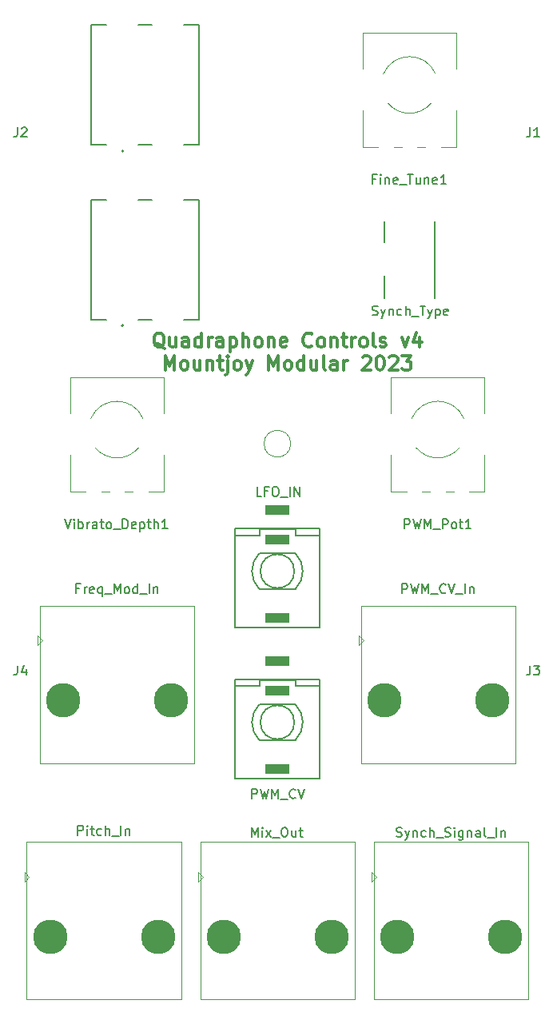
<source format=gbr>
%TF.GenerationSoftware,KiCad,Pcbnew,(6.0.11)*%
%TF.CreationDate,2023-04-28T10:51:55+01:00*%
%TF.ProjectId,Quadraphone_Controls_v2,51756164-7261-4706-986f-6e655f436f6e,rev?*%
%TF.SameCoordinates,Original*%
%TF.FileFunction,Legend,Top*%
%TF.FilePolarity,Positive*%
%FSLAX46Y46*%
G04 Gerber Fmt 4.6, Leading zero omitted, Abs format (unit mm)*
G04 Created by KiCad (PCBNEW (6.0.11)) date 2023-04-28 10:51:55*
%MOMM*%
%LPD*%
G01*
G04 APERTURE LIST*
%ADD10C,0.150000*%
%ADD11C,0.300000*%
%ADD12C,0.127000*%
%ADD13C,0.200000*%
%ADD14C,0.120000*%
%ADD15C,3.650000*%
%ADD16R,2.500000X1.000000*%
G04 APERTURE END LIST*
D10*
X106766666Y-59502380D02*
X106766666Y-60216666D01*
X106719047Y-60359523D01*
X106623809Y-60454761D01*
X106480952Y-60502380D01*
X106385714Y-60502380D01*
X107766666Y-60502380D02*
X107195238Y-60502380D01*
X107480952Y-60502380D02*
X107480952Y-59502380D01*
X107385714Y-59645238D01*
X107290476Y-59740476D01*
X107195238Y-59788095D01*
D11*
X68028571Y-82913928D02*
X67885714Y-82842500D01*
X67742857Y-82699642D01*
X67528571Y-82485357D01*
X67385714Y-82413928D01*
X67242857Y-82413928D01*
X67314285Y-82771071D02*
X67171428Y-82699642D01*
X67028571Y-82556785D01*
X66957142Y-82271071D01*
X66957142Y-81771071D01*
X67028571Y-81485357D01*
X67171428Y-81342500D01*
X67314285Y-81271071D01*
X67600000Y-81271071D01*
X67742857Y-81342500D01*
X67885714Y-81485357D01*
X67957142Y-81771071D01*
X67957142Y-82271071D01*
X67885714Y-82556785D01*
X67742857Y-82699642D01*
X67600000Y-82771071D01*
X67314285Y-82771071D01*
X69242857Y-81771071D02*
X69242857Y-82771071D01*
X68600000Y-81771071D02*
X68600000Y-82556785D01*
X68671428Y-82699642D01*
X68814285Y-82771071D01*
X69028571Y-82771071D01*
X69171428Y-82699642D01*
X69242857Y-82628214D01*
X70600000Y-82771071D02*
X70600000Y-81985357D01*
X70528571Y-81842500D01*
X70385714Y-81771071D01*
X70100000Y-81771071D01*
X69957142Y-81842500D01*
X70600000Y-82699642D02*
X70457142Y-82771071D01*
X70100000Y-82771071D01*
X69957142Y-82699642D01*
X69885714Y-82556785D01*
X69885714Y-82413928D01*
X69957142Y-82271071D01*
X70100000Y-82199642D01*
X70457142Y-82199642D01*
X70600000Y-82128214D01*
X71957142Y-82771071D02*
X71957142Y-81271071D01*
X71957142Y-82699642D02*
X71814285Y-82771071D01*
X71528571Y-82771071D01*
X71385714Y-82699642D01*
X71314285Y-82628214D01*
X71242857Y-82485357D01*
X71242857Y-82056785D01*
X71314285Y-81913928D01*
X71385714Y-81842500D01*
X71528571Y-81771071D01*
X71814285Y-81771071D01*
X71957142Y-81842500D01*
X72671428Y-82771071D02*
X72671428Y-81771071D01*
X72671428Y-82056785D02*
X72742857Y-81913928D01*
X72814285Y-81842500D01*
X72957142Y-81771071D01*
X73100000Y-81771071D01*
X74242857Y-82771071D02*
X74242857Y-81985357D01*
X74171428Y-81842500D01*
X74028571Y-81771071D01*
X73742857Y-81771071D01*
X73600000Y-81842500D01*
X74242857Y-82699642D02*
X74100000Y-82771071D01*
X73742857Y-82771071D01*
X73600000Y-82699642D01*
X73528571Y-82556785D01*
X73528571Y-82413928D01*
X73600000Y-82271071D01*
X73742857Y-82199642D01*
X74100000Y-82199642D01*
X74242857Y-82128214D01*
X74957142Y-81771071D02*
X74957142Y-83271071D01*
X74957142Y-81842500D02*
X75100000Y-81771071D01*
X75385714Y-81771071D01*
X75528571Y-81842500D01*
X75600000Y-81913928D01*
X75671428Y-82056785D01*
X75671428Y-82485357D01*
X75600000Y-82628214D01*
X75528571Y-82699642D01*
X75385714Y-82771071D01*
X75100000Y-82771071D01*
X74957142Y-82699642D01*
X76314285Y-82771071D02*
X76314285Y-81271071D01*
X76957142Y-82771071D02*
X76957142Y-81985357D01*
X76885714Y-81842500D01*
X76742857Y-81771071D01*
X76528571Y-81771071D01*
X76385714Y-81842500D01*
X76314285Y-81913928D01*
X77885714Y-82771071D02*
X77742857Y-82699642D01*
X77671428Y-82628214D01*
X77600000Y-82485357D01*
X77600000Y-82056785D01*
X77671428Y-81913928D01*
X77742857Y-81842500D01*
X77885714Y-81771071D01*
X78100000Y-81771071D01*
X78242857Y-81842500D01*
X78314285Y-81913928D01*
X78385714Y-82056785D01*
X78385714Y-82485357D01*
X78314285Y-82628214D01*
X78242857Y-82699642D01*
X78100000Y-82771071D01*
X77885714Y-82771071D01*
X79028571Y-81771071D02*
X79028571Y-82771071D01*
X79028571Y-81913928D02*
X79100000Y-81842500D01*
X79242857Y-81771071D01*
X79457142Y-81771071D01*
X79600000Y-81842500D01*
X79671428Y-81985357D01*
X79671428Y-82771071D01*
X80957142Y-82699642D02*
X80814285Y-82771071D01*
X80528571Y-82771071D01*
X80385714Y-82699642D01*
X80314285Y-82556785D01*
X80314285Y-81985357D01*
X80385714Y-81842500D01*
X80528571Y-81771071D01*
X80814285Y-81771071D01*
X80957142Y-81842500D01*
X81028571Y-81985357D01*
X81028571Y-82128214D01*
X80314285Y-82271071D01*
X83671428Y-82628214D02*
X83600000Y-82699642D01*
X83385714Y-82771071D01*
X83242857Y-82771071D01*
X83028571Y-82699642D01*
X82885714Y-82556785D01*
X82814285Y-82413928D01*
X82742857Y-82128214D01*
X82742857Y-81913928D01*
X82814285Y-81628214D01*
X82885714Y-81485357D01*
X83028571Y-81342500D01*
X83242857Y-81271071D01*
X83385714Y-81271071D01*
X83600000Y-81342500D01*
X83671428Y-81413928D01*
X84528571Y-82771071D02*
X84385714Y-82699642D01*
X84314285Y-82628214D01*
X84242857Y-82485357D01*
X84242857Y-82056785D01*
X84314285Y-81913928D01*
X84385714Y-81842500D01*
X84528571Y-81771071D01*
X84742857Y-81771071D01*
X84885714Y-81842500D01*
X84957142Y-81913928D01*
X85028571Y-82056785D01*
X85028571Y-82485357D01*
X84957142Y-82628214D01*
X84885714Y-82699642D01*
X84742857Y-82771071D01*
X84528571Y-82771071D01*
X85671428Y-81771071D02*
X85671428Y-82771071D01*
X85671428Y-81913928D02*
X85742857Y-81842500D01*
X85885714Y-81771071D01*
X86100000Y-81771071D01*
X86242857Y-81842500D01*
X86314285Y-81985357D01*
X86314285Y-82771071D01*
X86814285Y-81771071D02*
X87385714Y-81771071D01*
X87028571Y-81271071D02*
X87028571Y-82556785D01*
X87100000Y-82699642D01*
X87242857Y-82771071D01*
X87385714Y-82771071D01*
X87885714Y-82771071D02*
X87885714Y-81771071D01*
X87885714Y-82056785D02*
X87957142Y-81913928D01*
X88028571Y-81842500D01*
X88171428Y-81771071D01*
X88314285Y-81771071D01*
X89028571Y-82771071D02*
X88885714Y-82699642D01*
X88814285Y-82628214D01*
X88742857Y-82485357D01*
X88742857Y-82056785D01*
X88814285Y-81913928D01*
X88885714Y-81842500D01*
X89028571Y-81771071D01*
X89242857Y-81771071D01*
X89385714Y-81842500D01*
X89457142Y-81913928D01*
X89528571Y-82056785D01*
X89528571Y-82485357D01*
X89457142Y-82628214D01*
X89385714Y-82699642D01*
X89242857Y-82771071D01*
X89028571Y-82771071D01*
X90385714Y-82771071D02*
X90242857Y-82699642D01*
X90171428Y-82556785D01*
X90171428Y-81271071D01*
X90885714Y-82699642D02*
X91028571Y-82771071D01*
X91314285Y-82771071D01*
X91457142Y-82699642D01*
X91528571Y-82556785D01*
X91528571Y-82485357D01*
X91457142Y-82342500D01*
X91314285Y-82271071D01*
X91100000Y-82271071D01*
X90957142Y-82199642D01*
X90885714Y-82056785D01*
X90885714Y-81985357D01*
X90957142Y-81842500D01*
X91100000Y-81771071D01*
X91314285Y-81771071D01*
X91457142Y-81842500D01*
X93171428Y-81771071D02*
X93528571Y-82771071D01*
X93885714Y-81771071D01*
X95100000Y-81771071D02*
X95100000Y-82771071D01*
X94742857Y-81199642D02*
X94385714Y-82271071D01*
X95314285Y-82271071D01*
X68099999Y-85186071D02*
X68099999Y-83686071D01*
X68599999Y-84757500D01*
X69099999Y-83686071D01*
X69099999Y-85186071D01*
X70028571Y-85186071D02*
X69885714Y-85114642D01*
X69814285Y-85043214D01*
X69742857Y-84900357D01*
X69742857Y-84471785D01*
X69814285Y-84328928D01*
X69885714Y-84257500D01*
X70028571Y-84186071D01*
X70242857Y-84186071D01*
X70385714Y-84257500D01*
X70457142Y-84328928D01*
X70528571Y-84471785D01*
X70528571Y-84900357D01*
X70457142Y-85043214D01*
X70385714Y-85114642D01*
X70242857Y-85186071D01*
X70028571Y-85186071D01*
X71814285Y-84186071D02*
X71814285Y-85186071D01*
X71171428Y-84186071D02*
X71171428Y-84971785D01*
X71242857Y-85114642D01*
X71385714Y-85186071D01*
X71599999Y-85186071D01*
X71742857Y-85114642D01*
X71814285Y-85043214D01*
X72528571Y-84186071D02*
X72528571Y-85186071D01*
X72528571Y-84328928D02*
X72599999Y-84257500D01*
X72742857Y-84186071D01*
X72957142Y-84186071D01*
X73099999Y-84257500D01*
X73171428Y-84400357D01*
X73171428Y-85186071D01*
X73671428Y-84186071D02*
X74242857Y-84186071D01*
X73885714Y-83686071D02*
X73885714Y-84971785D01*
X73957142Y-85114642D01*
X74099999Y-85186071D01*
X74242857Y-85186071D01*
X74742857Y-84186071D02*
X74742857Y-85471785D01*
X74671428Y-85614642D01*
X74528571Y-85686071D01*
X74457142Y-85686071D01*
X74742857Y-83686071D02*
X74671428Y-83757500D01*
X74742857Y-83828928D01*
X74814285Y-83757500D01*
X74742857Y-83686071D01*
X74742857Y-83828928D01*
X75671428Y-85186071D02*
X75528571Y-85114642D01*
X75457142Y-85043214D01*
X75385714Y-84900357D01*
X75385714Y-84471785D01*
X75457142Y-84328928D01*
X75528571Y-84257500D01*
X75671428Y-84186071D01*
X75885714Y-84186071D01*
X76028571Y-84257500D01*
X76099999Y-84328928D01*
X76171428Y-84471785D01*
X76171428Y-84900357D01*
X76099999Y-85043214D01*
X76028571Y-85114642D01*
X75885714Y-85186071D01*
X75671428Y-85186071D01*
X76671428Y-84186071D02*
X77028571Y-85186071D01*
X77385714Y-84186071D02*
X77028571Y-85186071D01*
X76885714Y-85543214D01*
X76814285Y-85614642D01*
X76671428Y-85686071D01*
X79099999Y-85186071D02*
X79099999Y-83686071D01*
X79599999Y-84757500D01*
X80099999Y-83686071D01*
X80099999Y-85186071D01*
X81028571Y-85186071D02*
X80885714Y-85114642D01*
X80814285Y-85043214D01*
X80742857Y-84900357D01*
X80742857Y-84471785D01*
X80814285Y-84328928D01*
X80885714Y-84257500D01*
X81028571Y-84186071D01*
X81242857Y-84186071D01*
X81385714Y-84257500D01*
X81457142Y-84328928D01*
X81528571Y-84471785D01*
X81528571Y-84900357D01*
X81457142Y-85043214D01*
X81385714Y-85114642D01*
X81242857Y-85186071D01*
X81028571Y-85186071D01*
X82814285Y-85186071D02*
X82814285Y-83686071D01*
X82814285Y-85114642D02*
X82671428Y-85186071D01*
X82385714Y-85186071D01*
X82242857Y-85114642D01*
X82171428Y-85043214D01*
X82099999Y-84900357D01*
X82099999Y-84471785D01*
X82171428Y-84328928D01*
X82242857Y-84257500D01*
X82385714Y-84186071D01*
X82671428Y-84186071D01*
X82814285Y-84257500D01*
X84171428Y-84186071D02*
X84171428Y-85186071D01*
X83528571Y-84186071D02*
X83528571Y-84971785D01*
X83599999Y-85114642D01*
X83742857Y-85186071D01*
X83957142Y-85186071D01*
X84099999Y-85114642D01*
X84171428Y-85043214D01*
X85099999Y-85186071D02*
X84957142Y-85114642D01*
X84885714Y-84971785D01*
X84885714Y-83686071D01*
X86314285Y-85186071D02*
X86314285Y-84400357D01*
X86242857Y-84257500D01*
X86100000Y-84186071D01*
X85814285Y-84186071D01*
X85671428Y-84257500D01*
X86314285Y-85114642D02*
X86171428Y-85186071D01*
X85814285Y-85186071D01*
X85671428Y-85114642D01*
X85600000Y-84971785D01*
X85600000Y-84828928D01*
X85671428Y-84686071D01*
X85814285Y-84614642D01*
X86171428Y-84614642D01*
X86314285Y-84543214D01*
X87028571Y-85186071D02*
X87028571Y-84186071D01*
X87028571Y-84471785D02*
X87100000Y-84328928D01*
X87171428Y-84257500D01*
X87314285Y-84186071D01*
X87457142Y-84186071D01*
X89028571Y-83828928D02*
X89100000Y-83757500D01*
X89242857Y-83686071D01*
X89600000Y-83686071D01*
X89742857Y-83757500D01*
X89814285Y-83828928D01*
X89885714Y-83971785D01*
X89885714Y-84114642D01*
X89814285Y-84328928D01*
X88957142Y-85186071D01*
X89885714Y-85186071D01*
X90814285Y-83686071D02*
X90957142Y-83686071D01*
X91100000Y-83757500D01*
X91171428Y-83828928D01*
X91242857Y-83971785D01*
X91314285Y-84257500D01*
X91314285Y-84614642D01*
X91242857Y-84900357D01*
X91171428Y-85043214D01*
X91100000Y-85114642D01*
X90957142Y-85186071D01*
X90814285Y-85186071D01*
X90671428Y-85114642D01*
X90600000Y-85043214D01*
X90528571Y-84900357D01*
X90457142Y-84614642D01*
X90457142Y-84257500D01*
X90528571Y-83971785D01*
X90600000Y-83828928D01*
X90671428Y-83757500D01*
X90814285Y-83686071D01*
X91885714Y-83828928D02*
X91957142Y-83757500D01*
X92100000Y-83686071D01*
X92457142Y-83686071D01*
X92600000Y-83757500D01*
X92671428Y-83828928D01*
X92742857Y-83971785D01*
X92742857Y-84114642D01*
X92671428Y-84328928D01*
X91814285Y-85186071D01*
X92742857Y-85186071D01*
X93242857Y-83686071D02*
X94171428Y-83686071D01*
X93671428Y-84257500D01*
X93885714Y-84257500D01*
X94028571Y-84328928D01*
X94100000Y-84400357D01*
X94171428Y-84543214D01*
X94171428Y-84900357D01*
X94100000Y-85043214D01*
X94028571Y-85114642D01*
X93885714Y-85186071D01*
X93457142Y-85186071D01*
X93314285Y-85114642D01*
X93242857Y-85043214D01*
D10*
X52466666Y-116502380D02*
X52466666Y-117216666D01*
X52419047Y-117359523D01*
X52323809Y-117454761D01*
X52180952Y-117502380D01*
X52085714Y-117502380D01*
X53371428Y-116835714D02*
X53371428Y-117502380D01*
X53133333Y-116454761D02*
X52895238Y-117169047D01*
X53514285Y-117169047D01*
X106766666Y-116502380D02*
X106766666Y-117216666D01*
X106719047Y-117359523D01*
X106623809Y-117454761D01*
X106480952Y-117502380D01*
X106385714Y-117502380D01*
X107147619Y-116502380D02*
X107766666Y-116502380D01*
X107433333Y-116883333D01*
X107576190Y-116883333D01*
X107671428Y-116930952D01*
X107719047Y-116978571D01*
X107766666Y-117073809D01*
X107766666Y-117311904D01*
X107719047Y-117407142D01*
X107671428Y-117454761D01*
X107576190Y-117502380D01*
X107290476Y-117502380D01*
X107195238Y-117454761D01*
X107147619Y-117407142D01*
X52466666Y-59502380D02*
X52466666Y-60216666D01*
X52419047Y-60359523D01*
X52323809Y-60454761D01*
X52180952Y-60502380D01*
X52085714Y-60502380D01*
X52895238Y-59597619D02*
X52942857Y-59550000D01*
X53038095Y-59502380D01*
X53276190Y-59502380D01*
X53371428Y-59550000D01*
X53419047Y-59597619D01*
X53466666Y-59692857D01*
X53466666Y-59788095D01*
X53419047Y-59930952D01*
X52847619Y-60502380D01*
X53466666Y-60502380D01*
%TO.C,J7*%
X93214285Y-108852380D02*
X93214285Y-107852380D01*
X93595238Y-107852380D01*
X93690476Y-107900000D01*
X93738095Y-107947619D01*
X93785714Y-108042857D01*
X93785714Y-108185714D01*
X93738095Y-108280952D01*
X93690476Y-108328571D01*
X93595238Y-108376190D01*
X93214285Y-108376190D01*
X94119047Y-107852380D02*
X94357142Y-108852380D01*
X94547619Y-108138095D01*
X94738095Y-108852380D01*
X94976190Y-107852380D01*
X95357142Y-108852380D02*
X95357142Y-107852380D01*
X95690476Y-108566666D01*
X96023809Y-107852380D01*
X96023809Y-108852380D01*
X96261904Y-108947619D02*
X97023809Y-108947619D01*
X97833333Y-108757142D02*
X97785714Y-108804761D01*
X97642857Y-108852380D01*
X97547619Y-108852380D01*
X97404761Y-108804761D01*
X97309523Y-108709523D01*
X97261904Y-108614285D01*
X97214285Y-108423809D01*
X97214285Y-108280952D01*
X97261904Y-108090476D01*
X97309523Y-107995238D01*
X97404761Y-107900000D01*
X97547619Y-107852380D01*
X97642857Y-107852380D01*
X97785714Y-107900000D01*
X97833333Y-107947619D01*
X98119047Y-107852380D02*
X98452380Y-108852380D01*
X98785714Y-107852380D01*
X98880952Y-108947619D02*
X99642857Y-108947619D01*
X99880952Y-108852380D02*
X99880952Y-107852380D01*
X100357142Y-108185714D02*
X100357142Y-108852380D01*
X100357142Y-108280952D02*
X100404761Y-108233333D01*
X100500000Y-108185714D01*
X100642857Y-108185714D01*
X100738095Y-108233333D01*
X100785714Y-108328571D01*
X100785714Y-108852380D01*
%TO.C,Fine_Tune1*%
X90412380Y-64968571D02*
X90079047Y-64968571D01*
X90079047Y-65492380D02*
X90079047Y-64492380D01*
X90555238Y-64492380D01*
X90936190Y-65492380D02*
X90936190Y-64825714D01*
X90936190Y-64492380D02*
X90888571Y-64540000D01*
X90936190Y-64587619D01*
X90983809Y-64540000D01*
X90936190Y-64492380D01*
X90936190Y-64587619D01*
X91412380Y-64825714D02*
X91412380Y-65492380D01*
X91412380Y-64920952D02*
X91460000Y-64873333D01*
X91555238Y-64825714D01*
X91698095Y-64825714D01*
X91793333Y-64873333D01*
X91840952Y-64968571D01*
X91840952Y-65492380D01*
X92698095Y-65444761D02*
X92602857Y-65492380D01*
X92412380Y-65492380D01*
X92317142Y-65444761D01*
X92269523Y-65349523D01*
X92269523Y-64968571D01*
X92317142Y-64873333D01*
X92412380Y-64825714D01*
X92602857Y-64825714D01*
X92698095Y-64873333D01*
X92745714Y-64968571D01*
X92745714Y-65063809D01*
X92269523Y-65159047D01*
X92936190Y-65587619D02*
X93698095Y-65587619D01*
X93793333Y-64492380D02*
X94364761Y-64492380D01*
X94079047Y-65492380D02*
X94079047Y-64492380D01*
X95126666Y-64825714D02*
X95126666Y-65492380D01*
X94698095Y-64825714D02*
X94698095Y-65349523D01*
X94745714Y-65444761D01*
X94840952Y-65492380D01*
X94983809Y-65492380D01*
X95079047Y-65444761D01*
X95126666Y-65397142D01*
X95602857Y-64825714D02*
X95602857Y-65492380D01*
X95602857Y-64920952D02*
X95650476Y-64873333D01*
X95745714Y-64825714D01*
X95888571Y-64825714D01*
X95983809Y-64873333D01*
X96031428Y-64968571D01*
X96031428Y-65492380D01*
X96888571Y-65444761D02*
X96793333Y-65492380D01*
X96602857Y-65492380D01*
X96507619Y-65444761D01*
X96460000Y-65349523D01*
X96460000Y-64968571D01*
X96507619Y-64873333D01*
X96602857Y-64825714D01*
X96793333Y-64825714D01*
X96888571Y-64873333D01*
X96936190Y-64968571D01*
X96936190Y-65063809D01*
X96460000Y-65159047D01*
X97888571Y-65492380D02*
X97317142Y-65492380D01*
X97602857Y-65492380D02*
X97602857Y-64492380D01*
X97507619Y-64635238D01*
X97412380Y-64730476D01*
X97317142Y-64778095D01*
%TO.C,J9*%
X59023809Y-108328571D02*
X58690476Y-108328571D01*
X58690476Y-108852380D02*
X58690476Y-107852380D01*
X59166666Y-107852380D01*
X59547619Y-108852380D02*
X59547619Y-108185714D01*
X59547619Y-108376190D02*
X59595238Y-108280952D01*
X59642857Y-108233333D01*
X59738095Y-108185714D01*
X59833333Y-108185714D01*
X60547619Y-108804761D02*
X60452380Y-108852380D01*
X60261904Y-108852380D01*
X60166666Y-108804761D01*
X60119047Y-108709523D01*
X60119047Y-108328571D01*
X60166666Y-108233333D01*
X60261904Y-108185714D01*
X60452380Y-108185714D01*
X60547619Y-108233333D01*
X60595238Y-108328571D01*
X60595238Y-108423809D01*
X60119047Y-108519047D01*
X61452380Y-108185714D02*
X61452380Y-109185714D01*
X61452380Y-108804761D02*
X61357142Y-108852380D01*
X61166666Y-108852380D01*
X61071428Y-108804761D01*
X61023809Y-108757142D01*
X60976190Y-108661904D01*
X60976190Y-108376190D01*
X61023809Y-108280952D01*
X61071428Y-108233333D01*
X61166666Y-108185714D01*
X61357142Y-108185714D01*
X61452380Y-108233333D01*
X61690476Y-108947619D02*
X62452380Y-108947619D01*
X62690476Y-108852380D02*
X62690476Y-107852380D01*
X63023809Y-108566666D01*
X63357142Y-107852380D01*
X63357142Y-108852380D01*
X63976190Y-108852380D02*
X63880952Y-108804761D01*
X63833333Y-108757142D01*
X63785714Y-108661904D01*
X63785714Y-108376190D01*
X63833333Y-108280952D01*
X63880952Y-108233333D01*
X63976190Y-108185714D01*
X64119047Y-108185714D01*
X64214285Y-108233333D01*
X64261904Y-108280952D01*
X64309523Y-108376190D01*
X64309523Y-108661904D01*
X64261904Y-108757142D01*
X64214285Y-108804761D01*
X64119047Y-108852380D01*
X63976190Y-108852380D01*
X65166666Y-108852380D02*
X65166666Y-107852380D01*
X65166666Y-108804761D02*
X65071428Y-108852380D01*
X64880952Y-108852380D01*
X64785714Y-108804761D01*
X64738095Y-108757142D01*
X64690476Y-108661904D01*
X64690476Y-108376190D01*
X64738095Y-108280952D01*
X64785714Y-108233333D01*
X64880952Y-108185714D01*
X65071428Y-108185714D01*
X65166666Y-108233333D01*
X65404761Y-108947619D02*
X66166666Y-108947619D01*
X66404761Y-108852380D02*
X66404761Y-107852380D01*
X66880952Y-108185714D02*
X66880952Y-108852380D01*
X66880952Y-108280952D02*
X66928571Y-108233333D01*
X67023809Y-108185714D01*
X67166666Y-108185714D01*
X67261904Y-108233333D01*
X67309523Y-108328571D01*
X67309523Y-108852380D01*
%TO.C,J8*%
X92614285Y-134604761D02*
X92757142Y-134652380D01*
X92995238Y-134652380D01*
X93090476Y-134604761D01*
X93138095Y-134557142D01*
X93185714Y-134461904D01*
X93185714Y-134366666D01*
X93138095Y-134271428D01*
X93090476Y-134223809D01*
X92995238Y-134176190D01*
X92804761Y-134128571D01*
X92709523Y-134080952D01*
X92661904Y-134033333D01*
X92614285Y-133938095D01*
X92614285Y-133842857D01*
X92661904Y-133747619D01*
X92709523Y-133700000D01*
X92804761Y-133652380D01*
X93042857Y-133652380D01*
X93185714Y-133700000D01*
X93519047Y-133985714D02*
X93757142Y-134652380D01*
X93995238Y-133985714D02*
X93757142Y-134652380D01*
X93661904Y-134890476D01*
X93614285Y-134938095D01*
X93519047Y-134985714D01*
X94376190Y-133985714D02*
X94376190Y-134652380D01*
X94376190Y-134080952D02*
X94423809Y-134033333D01*
X94519047Y-133985714D01*
X94661904Y-133985714D01*
X94757142Y-134033333D01*
X94804761Y-134128571D01*
X94804761Y-134652380D01*
X95709523Y-134604761D02*
X95614285Y-134652380D01*
X95423809Y-134652380D01*
X95328571Y-134604761D01*
X95280952Y-134557142D01*
X95233333Y-134461904D01*
X95233333Y-134176190D01*
X95280952Y-134080952D01*
X95328571Y-134033333D01*
X95423809Y-133985714D01*
X95614285Y-133985714D01*
X95709523Y-134033333D01*
X96138095Y-134652380D02*
X96138095Y-133652380D01*
X96566666Y-134652380D02*
X96566666Y-134128571D01*
X96519047Y-134033333D01*
X96423809Y-133985714D01*
X96280952Y-133985714D01*
X96185714Y-134033333D01*
X96138095Y-134080952D01*
X96804761Y-134747619D02*
X97566666Y-134747619D01*
X97757142Y-134604761D02*
X97900000Y-134652380D01*
X98138095Y-134652380D01*
X98233333Y-134604761D01*
X98280952Y-134557142D01*
X98328571Y-134461904D01*
X98328571Y-134366666D01*
X98280952Y-134271428D01*
X98233333Y-134223809D01*
X98138095Y-134176190D01*
X97947619Y-134128571D01*
X97852380Y-134080952D01*
X97804761Y-134033333D01*
X97757142Y-133938095D01*
X97757142Y-133842857D01*
X97804761Y-133747619D01*
X97852380Y-133700000D01*
X97947619Y-133652380D01*
X98185714Y-133652380D01*
X98328571Y-133700000D01*
X98757142Y-134652380D02*
X98757142Y-133985714D01*
X98757142Y-133652380D02*
X98709523Y-133700000D01*
X98757142Y-133747619D01*
X98804761Y-133700000D01*
X98757142Y-133652380D01*
X98757142Y-133747619D01*
X99661904Y-133985714D02*
X99661904Y-134795238D01*
X99614285Y-134890476D01*
X99566666Y-134938095D01*
X99471428Y-134985714D01*
X99328571Y-134985714D01*
X99233333Y-134938095D01*
X99661904Y-134604761D02*
X99566666Y-134652380D01*
X99376190Y-134652380D01*
X99280952Y-134604761D01*
X99233333Y-134557142D01*
X99185714Y-134461904D01*
X99185714Y-134176190D01*
X99233333Y-134080952D01*
X99280952Y-134033333D01*
X99376190Y-133985714D01*
X99566666Y-133985714D01*
X99661904Y-134033333D01*
X100138095Y-133985714D02*
X100138095Y-134652380D01*
X100138095Y-134080952D02*
X100185714Y-134033333D01*
X100280952Y-133985714D01*
X100423809Y-133985714D01*
X100519047Y-134033333D01*
X100566666Y-134128571D01*
X100566666Y-134652380D01*
X101471428Y-134652380D02*
X101471428Y-134128571D01*
X101423809Y-134033333D01*
X101328571Y-133985714D01*
X101138095Y-133985714D01*
X101042857Y-134033333D01*
X101471428Y-134604761D02*
X101376190Y-134652380D01*
X101138095Y-134652380D01*
X101042857Y-134604761D01*
X100995238Y-134509523D01*
X100995238Y-134414285D01*
X101042857Y-134319047D01*
X101138095Y-134271428D01*
X101376190Y-134271428D01*
X101471428Y-134223809D01*
X102090476Y-134652380D02*
X101995238Y-134604761D01*
X101947619Y-134509523D01*
X101947619Y-133652380D01*
X102233333Y-134747619D02*
X102995238Y-134747619D01*
X103233333Y-134652380D02*
X103233333Y-133652380D01*
X103709523Y-133985714D02*
X103709523Y-134652380D01*
X103709523Y-134080952D02*
X103757142Y-134033333D01*
X103852380Y-133985714D01*
X103995238Y-133985714D01*
X104090476Y-134033333D01*
X104138095Y-134128571D01*
X104138095Y-134652380D01*
%TO.C,SW1*%
X90060190Y-79350861D02*
X90203047Y-79398480D01*
X90441142Y-79398480D01*
X90536380Y-79350861D01*
X90584000Y-79303242D01*
X90631619Y-79208004D01*
X90631619Y-79112766D01*
X90584000Y-79017528D01*
X90536380Y-78969909D01*
X90441142Y-78922290D01*
X90250666Y-78874671D01*
X90155428Y-78827052D01*
X90107809Y-78779433D01*
X90060190Y-78684195D01*
X90060190Y-78588957D01*
X90107809Y-78493719D01*
X90155428Y-78446100D01*
X90250666Y-78398480D01*
X90488761Y-78398480D01*
X90631619Y-78446100D01*
X90964952Y-78731814D02*
X91203047Y-79398480D01*
X91441142Y-78731814D02*
X91203047Y-79398480D01*
X91107809Y-79636576D01*
X91060190Y-79684195D01*
X90964952Y-79731814D01*
X91822095Y-78731814D02*
X91822095Y-79398480D01*
X91822095Y-78827052D02*
X91869714Y-78779433D01*
X91964952Y-78731814D01*
X92107809Y-78731814D01*
X92203047Y-78779433D01*
X92250666Y-78874671D01*
X92250666Y-79398480D01*
X93155428Y-79350861D02*
X93060190Y-79398480D01*
X92869714Y-79398480D01*
X92774476Y-79350861D01*
X92726857Y-79303242D01*
X92679238Y-79208004D01*
X92679238Y-78922290D01*
X92726857Y-78827052D01*
X92774476Y-78779433D01*
X92869714Y-78731814D01*
X93060190Y-78731814D01*
X93155428Y-78779433D01*
X93584000Y-79398480D02*
X93584000Y-78398480D01*
X94012571Y-79398480D02*
X94012571Y-78874671D01*
X93964952Y-78779433D01*
X93869714Y-78731814D01*
X93726857Y-78731814D01*
X93631619Y-78779433D01*
X93584000Y-78827052D01*
X94250666Y-79493719D02*
X95012571Y-79493719D01*
X95107809Y-78398480D02*
X95679238Y-78398480D01*
X95393523Y-79398480D02*
X95393523Y-78398480D01*
X95917333Y-78731814D02*
X96155428Y-79398480D01*
X96393523Y-78731814D02*
X96155428Y-79398480D01*
X96060190Y-79636576D01*
X96012571Y-79684195D01*
X95917333Y-79731814D01*
X96774476Y-78731814D02*
X96774476Y-79731814D01*
X96774476Y-78779433D02*
X96869714Y-78731814D01*
X97060190Y-78731814D01*
X97155428Y-78779433D01*
X97203047Y-78827052D01*
X97250666Y-78922290D01*
X97250666Y-79208004D01*
X97203047Y-79303242D01*
X97155428Y-79350861D01*
X97060190Y-79398480D01*
X96869714Y-79398480D01*
X96774476Y-79350861D01*
X98060190Y-79350861D02*
X97964952Y-79398480D01*
X97774476Y-79398480D01*
X97679238Y-79350861D01*
X97631619Y-79255623D01*
X97631619Y-78874671D01*
X97679238Y-78779433D01*
X97774476Y-78731814D01*
X97964952Y-78731814D01*
X98060190Y-78779433D01*
X98107809Y-78874671D01*
X98107809Y-78969909D01*
X97631619Y-79065147D01*
%TO.C,Vibrato_Depth1*%
X57460000Y-100992380D02*
X57793333Y-101992380D01*
X58126666Y-100992380D01*
X58460000Y-101992380D02*
X58460000Y-101325714D01*
X58460000Y-100992380D02*
X58412380Y-101040000D01*
X58460000Y-101087619D01*
X58507619Y-101040000D01*
X58460000Y-100992380D01*
X58460000Y-101087619D01*
X58936190Y-101992380D02*
X58936190Y-100992380D01*
X58936190Y-101373333D02*
X59031428Y-101325714D01*
X59221904Y-101325714D01*
X59317142Y-101373333D01*
X59364761Y-101420952D01*
X59412380Y-101516190D01*
X59412380Y-101801904D01*
X59364761Y-101897142D01*
X59317142Y-101944761D01*
X59221904Y-101992380D01*
X59031428Y-101992380D01*
X58936190Y-101944761D01*
X59840952Y-101992380D02*
X59840952Y-101325714D01*
X59840952Y-101516190D02*
X59888571Y-101420952D01*
X59936190Y-101373333D01*
X60031428Y-101325714D01*
X60126666Y-101325714D01*
X60888571Y-101992380D02*
X60888571Y-101468571D01*
X60840952Y-101373333D01*
X60745714Y-101325714D01*
X60555238Y-101325714D01*
X60460000Y-101373333D01*
X60888571Y-101944761D02*
X60793333Y-101992380D01*
X60555238Y-101992380D01*
X60460000Y-101944761D01*
X60412380Y-101849523D01*
X60412380Y-101754285D01*
X60460000Y-101659047D01*
X60555238Y-101611428D01*
X60793333Y-101611428D01*
X60888571Y-101563809D01*
X61221904Y-101325714D02*
X61602857Y-101325714D01*
X61364761Y-100992380D02*
X61364761Y-101849523D01*
X61412380Y-101944761D01*
X61507619Y-101992380D01*
X61602857Y-101992380D01*
X62079047Y-101992380D02*
X61983809Y-101944761D01*
X61936190Y-101897142D01*
X61888571Y-101801904D01*
X61888571Y-101516190D01*
X61936190Y-101420952D01*
X61983809Y-101373333D01*
X62079047Y-101325714D01*
X62221904Y-101325714D01*
X62317142Y-101373333D01*
X62364761Y-101420952D01*
X62412380Y-101516190D01*
X62412380Y-101801904D01*
X62364761Y-101897142D01*
X62317142Y-101944761D01*
X62221904Y-101992380D01*
X62079047Y-101992380D01*
X62602857Y-102087619D02*
X63364761Y-102087619D01*
X63602857Y-101992380D02*
X63602857Y-100992380D01*
X63840952Y-100992380D01*
X63983809Y-101040000D01*
X64079047Y-101135238D01*
X64126666Y-101230476D01*
X64174285Y-101420952D01*
X64174285Y-101563809D01*
X64126666Y-101754285D01*
X64079047Y-101849523D01*
X63983809Y-101944761D01*
X63840952Y-101992380D01*
X63602857Y-101992380D01*
X64983809Y-101944761D02*
X64888571Y-101992380D01*
X64698095Y-101992380D01*
X64602857Y-101944761D01*
X64555238Y-101849523D01*
X64555238Y-101468571D01*
X64602857Y-101373333D01*
X64698095Y-101325714D01*
X64888571Y-101325714D01*
X64983809Y-101373333D01*
X65031428Y-101468571D01*
X65031428Y-101563809D01*
X64555238Y-101659047D01*
X65460000Y-101325714D02*
X65460000Y-102325714D01*
X65460000Y-101373333D02*
X65555238Y-101325714D01*
X65745714Y-101325714D01*
X65840952Y-101373333D01*
X65888571Y-101420952D01*
X65936190Y-101516190D01*
X65936190Y-101801904D01*
X65888571Y-101897142D01*
X65840952Y-101944761D01*
X65745714Y-101992380D01*
X65555238Y-101992380D01*
X65460000Y-101944761D01*
X66221904Y-101325714D02*
X66602857Y-101325714D01*
X66364761Y-100992380D02*
X66364761Y-101849523D01*
X66412380Y-101944761D01*
X66507619Y-101992380D01*
X66602857Y-101992380D01*
X66936190Y-101992380D02*
X66936190Y-100992380D01*
X67364761Y-101992380D02*
X67364761Y-101468571D01*
X67317142Y-101373333D01*
X67221904Y-101325714D01*
X67079047Y-101325714D01*
X66983809Y-101373333D01*
X66936190Y-101420952D01*
X68364761Y-101992380D02*
X67793333Y-101992380D01*
X68079047Y-101992380D02*
X68079047Y-100992380D01*
X67983809Y-101135238D01*
X67888571Y-101230476D01*
X67793333Y-101278095D01*
%TO.C,J10*%
X58861904Y-134452380D02*
X58861904Y-133452380D01*
X59242857Y-133452380D01*
X59338095Y-133500000D01*
X59385714Y-133547619D01*
X59433333Y-133642857D01*
X59433333Y-133785714D01*
X59385714Y-133880952D01*
X59338095Y-133928571D01*
X59242857Y-133976190D01*
X58861904Y-133976190D01*
X59861904Y-134452380D02*
X59861904Y-133785714D01*
X59861904Y-133452380D02*
X59814285Y-133500000D01*
X59861904Y-133547619D01*
X59909523Y-133500000D01*
X59861904Y-133452380D01*
X59861904Y-133547619D01*
X60195238Y-133785714D02*
X60576190Y-133785714D01*
X60338095Y-133452380D02*
X60338095Y-134309523D01*
X60385714Y-134404761D01*
X60480952Y-134452380D01*
X60576190Y-134452380D01*
X61338095Y-134404761D02*
X61242857Y-134452380D01*
X61052380Y-134452380D01*
X60957142Y-134404761D01*
X60909523Y-134357142D01*
X60861904Y-134261904D01*
X60861904Y-133976190D01*
X60909523Y-133880952D01*
X60957142Y-133833333D01*
X61052380Y-133785714D01*
X61242857Y-133785714D01*
X61338095Y-133833333D01*
X61766666Y-134452380D02*
X61766666Y-133452380D01*
X62195238Y-134452380D02*
X62195238Y-133928571D01*
X62147619Y-133833333D01*
X62052380Y-133785714D01*
X61909523Y-133785714D01*
X61814285Y-133833333D01*
X61766666Y-133880952D01*
X62433333Y-134547619D02*
X63195238Y-134547619D01*
X63433333Y-134452380D02*
X63433333Y-133452380D01*
X63909523Y-133785714D02*
X63909523Y-134452380D01*
X63909523Y-133880952D02*
X63957142Y-133833333D01*
X64052380Y-133785714D01*
X64195238Y-133785714D01*
X64290476Y-133833333D01*
X64338095Y-133928571D01*
X64338095Y-134452380D01*
%TO.C,J11*%
X77280952Y-134652380D02*
X77280952Y-133652380D01*
X77614285Y-134366666D01*
X77947619Y-133652380D01*
X77947619Y-134652380D01*
X78423809Y-134652380D02*
X78423809Y-133985714D01*
X78423809Y-133652380D02*
X78376190Y-133700000D01*
X78423809Y-133747619D01*
X78471428Y-133700000D01*
X78423809Y-133652380D01*
X78423809Y-133747619D01*
X78804761Y-134652380D02*
X79328571Y-133985714D01*
X78804761Y-133985714D02*
X79328571Y-134652380D01*
X79471428Y-134747619D02*
X80233333Y-134747619D01*
X80661904Y-133652380D02*
X80852380Y-133652380D01*
X80947619Y-133700000D01*
X81042857Y-133795238D01*
X81090476Y-133985714D01*
X81090476Y-134319047D01*
X81042857Y-134509523D01*
X80947619Y-134604761D01*
X80852380Y-134652380D01*
X80661904Y-134652380D01*
X80566666Y-134604761D01*
X80471428Y-134509523D01*
X80423809Y-134319047D01*
X80423809Y-133985714D01*
X80471428Y-133795238D01*
X80566666Y-133700000D01*
X80661904Y-133652380D01*
X81947619Y-133985714D02*
X81947619Y-134652380D01*
X81519047Y-133985714D02*
X81519047Y-134509523D01*
X81566666Y-134604761D01*
X81661904Y-134652380D01*
X81804761Y-134652380D01*
X81900000Y-134604761D01*
X81947619Y-134557142D01*
X82280952Y-133985714D02*
X82661904Y-133985714D01*
X82423809Y-133652380D02*
X82423809Y-134509523D01*
X82471428Y-134604761D01*
X82566666Y-134652380D01*
X82661904Y-134652380D01*
%TO.C,J6*%
X78314285Y-98552380D02*
X77838095Y-98552380D01*
X77838095Y-97552380D01*
X78980952Y-98028571D02*
X78647619Y-98028571D01*
X78647619Y-98552380D02*
X78647619Y-97552380D01*
X79123809Y-97552380D01*
X79695238Y-97552380D02*
X79885714Y-97552380D01*
X79980952Y-97600000D01*
X80076190Y-97695238D01*
X80123809Y-97885714D01*
X80123809Y-98219047D01*
X80076190Y-98409523D01*
X79980952Y-98504761D01*
X79885714Y-98552380D01*
X79695238Y-98552380D01*
X79600000Y-98504761D01*
X79504761Y-98409523D01*
X79457142Y-98219047D01*
X79457142Y-97885714D01*
X79504761Y-97695238D01*
X79600000Y-97600000D01*
X79695238Y-97552380D01*
X80314285Y-98647619D02*
X81076190Y-98647619D01*
X81314285Y-98552380D02*
X81314285Y-97552380D01*
X81790476Y-98552380D02*
X81790476Y-97552380D01*
X82361904Y-98552380D01*
X82361904Y-97552380D01*
%TO.C,PWM_Pot1*%
X93460000Y-101992380D02*
X93460000Y-100992380D01*
X93840952Y-100992380D01*
X93936190Y-101040000D01*
X93983809Y-101087619D01*
X94031428Y-101182857D01*
X94031428Y-101325714D01*
X93983809Y-101420952D01*
X93936190Y-101468571D01*
X93840952Y-101516190D01*
X93460000Y-101516190D01*
X94364761Y-100992380D02*
X94602857Y-101992380D01*
X94793333Y-101278095D01*
X94983809Y-101992380D01*
X95221904Y-100992380D01*
X95602857Y-101992380D02*
X95602857Y-100992380D01*
X95936190Y-101706666D01*
X96269523Y-100992380D01*
X96269523Y-101992380D01*
X96507619Y-102087619D02*
X97269523Y-102087619D01*
X97507619Y-101992380D02*
X97507619Y-100992380D01*
X97888571Y-100992380D01*
X97983809Y-101040000D01*
X98031428Y-101087619D01*
X98079047Y-101182857D01*
X98079047Y-101325714D01*
X98031428Y-101420952D01*
X97983809Y-101468571D01*
X97888571Y-101516190D01*
X97507619Y-101516190D01*
X98650476Y-101992380D02*
X98555238Y-101944761D01*
X98507619Y-101897142D01*
X98460000Y-101801904D01*
X98460000Y-101516190D01*
X98507619Y-101420952D01*
X98555238Y-101373333D01*
X98650476Y-101325714D01*
X98793333Y-101325714D01*
X98888571Y-101373333D01*
X98936190Y-101420952D01*
X98983809Y-101516190D01*
X98983809Y-101801904D01*
X98936190Y-101897142D01*
X98888571Y-101944761D01*
X98793333Y-101992380D01*
X98650476Y-101992380D01*
X99269523Y-101325714D02*
X99650476Y-101325714D01*
X99412380Y-100992380D02*
X99412380Y-101849523D01*
X99460000Y-101944761D01*
X99555238Y-101992380D01*
X99650476Y-101992380D01*
X100507619Y-101992380D02*
X99936190Y-101992380D01*
X100221904Y-101992380D02*
X100221904Y-100992380D01*
X100126666Y-101135238D01*
X100031428Y-101230476D01*
X99936190Y-101278095D01*
%TO.C,J5*%
X77285714Y-130572380D02*
X77285714Y-129572380D01*
X77666666Y-129572380D01*
X77761904Y-129620000D01*
X77809523Y-129667619D01*
X77857142Y-129762857D01*
X77857142Y-129905714D01*
X77809523Y-130000952D01*
X77761904Y-130048571D01*
X77666666Y-130096190D01*
X77285714Y-130096190D01*
X78190476Y-129572380D02*
X78428571Y-130572380D01*
X78619047Y-129858095D01*
X78809523Y-130572380D01*
X79047619Y-129572380D01*
X79428571Y-130572380D02*
X79428571Y-129572380D01*
X79761904Y-130286666D01*
X80095238Y-129572380D01*
X80095238Y-130572380D01*
X80333333Y-130667619D02*
X81095238Y-130667619D01*
X81904761Y-130477142D02*
X81857142Y-130524761D01*
X81714285Y-130572380D01*
X81619047Y-130572380D01*
X81476190Y-130524761D01*
X81380952Y-130429523D01*
X81333333Y-130334285D01*
X81285714Y-130143809D01*
X81285714Y-130000952D01*
X81333333Y-129810476D01*
X81380952Y-129715238D01*
X81476190Y-129620000D01*
X81619047Y-129572380D01*
X81714285Y-129572380D01*
X81857142Y-129620000D01*
X81904761Y-129667619D01*
X82190476Y-129572380D02*
X82523809Y-130572380D01*
X82857142Y-129572380D01*
D12*
%TO.C,SW3*%
X61877500Y-61350000D02*
X60285000Y-61350000D01*
X60285000Y-48650000D02*
X61877500Y-48650000D01*
X71715000Y-61350000D02*
X70122500Y-61350000D01*
X65292500Y-61350000D02*
X66707500Y-61350000D01*
X60285000Y-61350000D02*
X60285000Y-48650000D01*
X65292500Y-48650000D02*
X66707500Y-48650000D01*
X71715000Y-48650000D02*
X71715000Y-61350000D01*
X71715000Y-48650000D02*
X70122500Y-48650000D01*
D13*
X63700000Y-62000000D02*
G75*
G03*
X63700000Y-62000000I-100000J0D01*
G01*
D14*
%TO.C,J7*%
X105200000Y-110180000D02*
X88850000Y-110180000D01*
X89100000Y-113850000D02*
X88600000Y-113350000D01*
X88600000Y-114350000D02*
X89100000Y-113850000D01*
X105200000Y-126820000D02*
X88850000Y-126820000D01*
X88850000Y-110180000D02*
X88850000Y-126820000D01*
X105200000Y-110180000D02*
X105200000Y-126820000D01*
X88600000Y-113350000D02*
X88600000Y-114350000D01*
%TO.C,Fine_Tune1*%
X89039000Y-61560000D02*
X90675000Y-61560000D01*
X97325000Y-61560000D02*
X98960000Y-61560000D01*
X98960000Y-61560000D02*
X98960000Y-57694000D01*
X89039000Y-49440000D02*
X98960000Y-49440000D01*
X89039000Y-53305000D02*
X89039000Y-49440000D01*
X92325000Y-61560000D02*
X93175000Y-61560000D01*
X98960000Y-53305000D02*
X98960000Y-49440000D01*
X94825000Y-61560000D02*
X95675000Y-61560000D01*
X89039000Y-61560000D02*
X89039000Y-57694000D01*
X91702000Y-56928000D02*
G75*
G03*
X96297753Y-56928295I2298000J1928000D01*
G01*
X96762000Y-53827000D02*
G75*
G03*
X91237568Y-53828018I-2762000J-1173000D01*
G01*
%TO.C,J9*%
X54600000Y-113350000D02*
X54600000Y-114350000D01*
X71200000Y-110180000D02*
X71200000Y-126820000D01*
X54850000Y-110180000D02*
X54850000Y-126820000D01*
X71200000Y-110180000D02*
X54850000Y-110180000D01*
X55100000Y-113850000D02*
X54600000Y-113350000D01*
X71200000Y-126820000D02*
X54850000Y-126820000D01*
X54600000Y-114350000D02*
X55100000Y-113850000D01*
%TO.C,J8*%
X90500000Y-138850000D02*
X90000000Y-138350000D01*
X106600000Y-151820000D02*
X90250000Y-151820000D01*
X106600000Y-135180000D02*
X90250000Y-135180000D01*
X90000000Y-139350000D02*
X90500000Y-138850000D01*
X90250000Y-135180000D02*
X90250000Y-151820000D01*
X90000000Y-138350000D02*
X90000000Y-139350000D01*
X106600000Y-135180000D02*
X106600000Y-151820000D01*
D10*
%TO.C,SW1*%
X96681000Y-69436600D02*
X96681000Y-77604000D01*
X91319000Y-69462000D02*
X91319000Y-71662000D01*
X91319000Y-75254000D02*
X91319000Y-77554000D01*
D14*
%TO.C,D2*%
X81414214Y-93000000D02*
G75*
G03*
X81414214Y-93000000I-1414214J0D01*
G01*
%TO.C,Vibrato_Depth1*%
X63825000Y-98060000D02*
X64675000Y-98060000D01*
X58039000Y-98060000D02*
X59675000Y-98060000D01*
X58039000Y-85940000D02*
X67960000Y-85940000D01*
X61325000Y-98060000D02*
X62175000Y-98060000D01*
X67960000Y-89805000D02*
X67960000Y-85940000D01*
X66325000Y-98060000D02*
X67960000Y-98060000D01*
X58039000Y-89805000D02*
X58039000Y-85940000D01*
X58039000Y-98060000D02*
X58039000Y-94194000D01*
X67960000Y-98060000D02*
X67960000Y-94194000D01*
X65762000Y-90327000D02*
G75*
G03*
X60237568Y-90328018I-2762000J-1173000D01*
G01*
X60702000Y-93428000D02*
G75*
G03*
X65297753Y-93428295I2298000J1928000D01*
G01*
%TO.C,J10*%
X53200000Y-139350000D02*
X53700000Y-138850000D01*
X53700000Y-138850000D02*
X53200000Y-138350000D01*
X69800000Y-151820000D02*
X53450000Y-151820000D01*
X69800000Y-135180000D02*
X53450000Y-135180000D01*
X53450000Y-135180000D02*
X53450000Y-151820000D01*
X69800000Y-135180000D02*
X69800000Y-151820000D01*
X53200000Y-138350000D02*
X53200000Y-139350000D01*
D12*
%TO.C,SW2*%
X60285000Y-67150000D02*
X61877500Y-67150000D01*
X71715000Y-67150000D02*
X71715000Y-79850000D01*
X65292500Y-67150000D02*
X66707500Y-67150000D01*
X71715000Y-79850000D02*
X70122500Y-79850000D01*
X60285000Y-79850000D02*
X60285000Y-67150000D01*
X71715000Y-67150000D02*
X70122500Y-67150000D01*
X65292500Y-79850000D02*
X66707500Y-79850000D01*
X61877500Y-79850000D02*
X60285000Y-79850000D01*
D13*
X63700000Y-80500000D02*
G75*
G03*
X63700000Y-80500000I-100000J0D01*
G01*
D14*
%TO.C,J11*%
X71850000Y-135180000D02*
X71850000Y-151820000D01*
X88200000Y-135180000D02*
X71850000Y-135180000D01*
X88200000Y-151820000D02*
X71850000Y-151820000D01*
X71600000Y-139350000D02*
X72100000Y-138850000D01*
X72100000Y-138850000D02*
X71600000Y-138350000D01*
X71600000Y-138350000D02*
X71600000Y-139350000D01*
X88200000Y-135180000D02*
X88200000Y-151820000D01*
D10*
%TO.C,J6*%
X75500000Y-112500000D02*
X75500000Y-102000000D01*
X84500000Y-102000000D02*
X75500000Y-102000000D01*
X78095000Y-102055000D02*
X78095000Y-102690000D01*
X84500000Y-112500000D02*
X75500000Y-112500000D01*
X84500000Y-112500000D02*
X84500000Y-102000000D01*
X78095000Y-102690000D02*
X75555000Y-102690000D01*
X81905000Y-102690000D02*
X81905000Y-102055000D01*
X84445000Y-102690000D02*
X81905000Y-102690000D01*
X78095000Y-104595000D02*
X81905000Y-104595000D01*
X81905000Y-108405000D02*
X78095000Y-108405000D01*
X81905000Y-102055000D02*
X78095000Y-102055000D01*
X81905000Y-108405000D02*
G75*
G03*
X81905000Y-104595000I-1904999J1905000D01*
G01*
X78095000Y-104595000D02*
G75*
G03*
X78095000Y-108405000I1905000J-1905000D01*
G01*
X81796051Y-106500000D02*
G75*
G03*
X81796051Y-106500000I-1796051J0D01*
G01*
D14*
%TO.C,PWM_Pot1*%
X95325000Y-98060000D02*
X96175000Y-98060000D01*
X92039000Y-98060000D02*
X93675000Y-98060000D01*
X92039000Y-98060000D02*
X92039000Y-94194000D01*
X92039000Y-89805000D02*
X92039000Y-85940000D01*
X101960000Y-98060000D02*
X101960000Y-94194000D01*
X100325000Y-98060000D02*
X101960000Y-98060000D01*
X97825000Y-98060000D02*
X98675000Y-98060000D01*
X92039000Y-85940000D02*
X101960000Y-85940000D01*
X101960000Y-89805000D02*
X101960000Y-85940000D01*
X99762000Y-90327000D02*
G75*
G03*
X94237568Y-90328018I-2762000J-1173000D01*
G01*
X94702000Y-93428000D02*
G75*
G03*
X99297753Y-93428295I2298000J1928000D01*
G01*
D10*
%TO.C,J5*%
X81905000Y-118690000D02*
X81905000Y-118055000D01*
X84500000Y-118000000D02*
X75500000Y-118000000D01*
X81905000Y-118055000D02*
X78095000Y-118055000D01*
X81905000Y-124405000D02*
X78095000Y-124405000D01*
X78095000Y-118690000D02*
X75555000Y-118690000D01*
X78095000Y-118055000D02*
X78095000Y-118690000D01*
X78095000Y-120595000D02*
X81905000Y-120595000D01*
X84445000Y-118690000D02*
X81905000Y-118690000D01*
X84500000Y-128500000D02*
X75500000Y-128500000D01*
X75500000Y-128500000D02*
X75500000Y-118000000D01*
X84500000Y-128500000D02*
X84500000Y-118000000D01*
X78095000Y-120595000D02*
G75*
G03*
X78095000Y-124405000I1905000J-1905000D01*
G01*
X81905000Y-124405000D02*
G75*
G03*
X81905000Y-120595000I-1904999J1905000D01*
G01*
X81796051Y-122500000D02*
G75*
G03*
X81796051Y-122500000I-1796051J0D01*
G01*
%TD*%
D15*
%TO.C,J7*%
X102760000Y-120200000D03*
X91330000Y-120200000D03*
%TD*%
%TO.C,J9*%
X57330000Y-120200000D03*
X68760000Y-120200000D03*
%TD*%
%TO.C,J8*%
X92730000Y-145200000D03*
X104160000Y-145200000D03*
%TD*%
%TO.C,J10*%
X67360000Y-145200000D03*
X55930000Y-145200000D03*
%TD*%
%TO.C,J11*%
X85760000Y-145200000D03*
X74330000Y-145200000D03*
%TD*%
D16*
%TO.C,J6*%
X80000000Y-100020000D03*
X80000000Y-103120000D03*
X80000000Y-111420000D03*
%TD*%
%TO.C,J5*%
X80000000Y-116020000D03*
X80000000Y-119120000D03*
X80000000Y-127420000D03*
%TD*%
M02*

</source>
